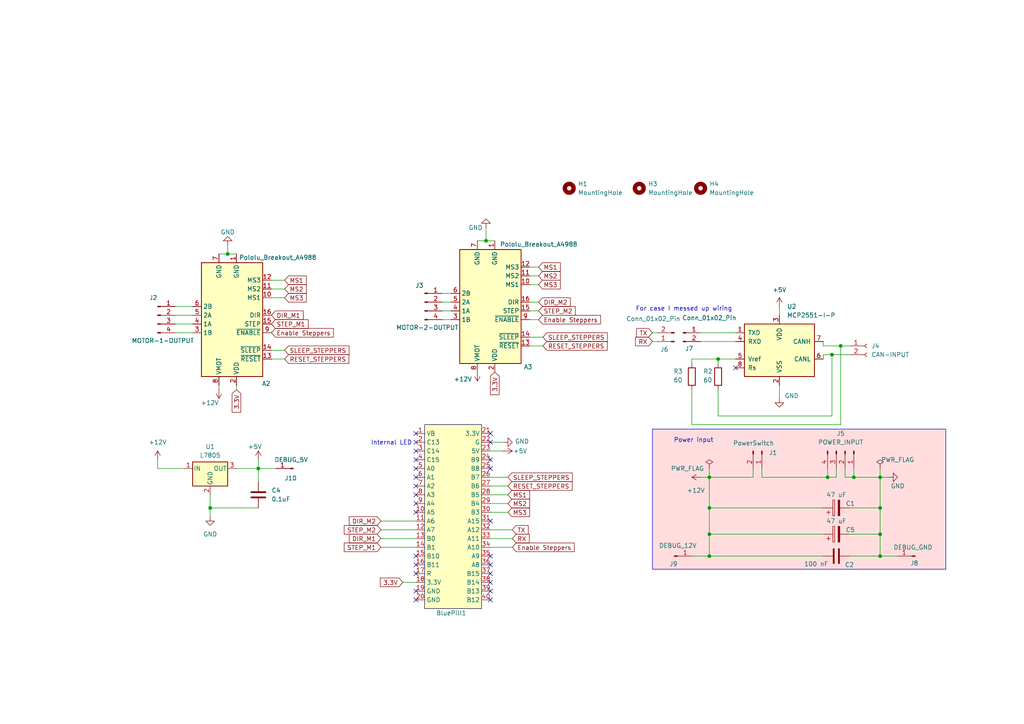
<source format=kicad_sch>
(kicad_sch (version 20231120) (generator "eeschema") (generator_version "8.0")
  (paper "A4")
  (lib_symbols
    (symbol "Connector:Conn_01x01_Pin" (pin_names (offset 1.016) hide)
      (property "Reference" "J" (at 0 2.54 0))
      (property "Value" "Conn_01x01_Pin" (at 0 -2.54 0))
      (symbol "Conn_01x01_Pin_1_1"
        (polyline (pts (xy 1.27 0) (xy 0.8636 0)) (stroke (width 0.1524)))
        (rectangle (start 0.8636 0.127) (end 0 -0.127) (stroke (width 0.1524)) (fill (type outline)))
        (pin passive line (at 5.08 0 180) (length 3.81) (name "Pin_1") (number "1"))
      )
    )
    (symbol "Connector:Conn_01x02_Pin" (pin_names (offset 1.016) hide)
      (property "Reference" "J" (at 0 2.54 0))
      (property "Value" "Conn_01x02_Pin" (at 0 -5.08 0))
      (symbol "Conn_01x02_Pin_1_1"
        (polyline (pts (xy 1.27 -2.54) (xy 0.8636 -2.54)) (stroke (width 0.1524)))
        (polyline (pts (xy 1.27 0) (xy 0.8636 0)) (stroke (width 0.1524)))
        (rectangle (start 0.8636 -2.413) (end 0 -2.667) (stroke (width 0.1524)) (fill (type outline)))
        (rectangle (start 0.8636 0.127) (end 0 -0.127) (stroke (width 0.1524)) (fill (type outline)))
        (pin passive line (at 5.08 0 180) (length 3.81) (name "Pin_1") (number "1"))
        (pin passive line (at 5.08 -2.54 180) (length 3.81) (name "Pin_2") (number "2"))
      )
    )
    (symbol "Connector:Conn_01x02_Socket" (pin_names (offset 1.016) hide)
      (property "Reference" "J" (at 0 2.54 0))
      (property "Value" "Conn_01x02_Socket" (at 0 -5.08 0))
      (symbol "Conn_01x02_Socket_1_1"
        (arc (start 0 -2.032) (mid -0.5058 -2.54) (end 0 -3.048) (stroke (width 0.1524)))
        (polyline (pts (xy -1.27 -2.54) (xy -0.508 -2.54)) (stroke (width 0.1524)))
        (polyline (pts (xy -1.27 0) (xy -0.508 0)) (stroke (width 0.1524)))
        (arc (start 0 0.508) (mid -0.5058 0) (end 0 -0.508) (stroke (width 0.1524)))
        (pin passive line (at -5.08 0 0) (length 3.81) (name "Pin_1") (number "1"))
        (pin passive line (at -5.08 -2.54 0) (length 3.81) (name "Pin_2") (number "2"))
      )
    )
    (symbol "Connector:Conn_01x04_Pin" (pin_names (offset 1.016) hide)
      (property "Reference" "J" (at 0 5.08 0))
      (property "Value" "Conn_01x04_Pin" (at 0 -7.62 0))
      (symbol "Conn_01x04_Pin_1_1"
        (polyline (pts (xy 1.27 -5.08) (xy 0.8636 -5.08)) (stroke (width 0.1524)))
        (polyline (pts (xy 1.27 -2.54) (xy 0.8636 -2.54)) (stroke (width 0.1524)))
        (polyline (pts (xy 1.27 0) (xy 0.8636 0)) (stroke (width 0.1524)))
        (polyline (pts (xy 1.27 2.54) (xy 0.8636 2.54)) (stroke (width 0.1524)))
        (rectangle (start 0.8636 -4.953) (end 0 -5.207) (stroke (width 0.1524)) (fill (type outline)))
        (rectangle (start 0.8636 -2.413) (end 0 -2.667) (stroke (width 0.1524)) (fill (type outline)))
        (rectangle (start 0.8636 0.127) (end 0 -0.127) (stroke (width 0.1524)) (fill (type outline)))
        (rectangle (start 0.8636 2.667) (end 0 2.413) (stroke (width 0.1524)) (fill (type outline)))
        (pin passive line (at 5.08 2.54 180) (length 3.81) (name "Pin_1") (number "1"))
        (pin passive line (at 5.08 0 180) (length 3.81) (name "Pin_2") (number "2"))
        (pin passive line (at 5.08 -2.54 180) (length 3.81) (name "Pin_3") (number "3"))
        (pin passive line (at 5.08 -5.08 180) (length 3.81) (name "Pin_4") (number "4"))
      )
    )
    (symbol "Device:C" (pin_numbers hide) (pin_names (offset 0.254))
      (property "Reference" "C" (at 0.635 2.54 0))
      (property "Value" "C" (at 0.635 -2.54 0))
      (symbol "C_0_1"
        (polyline (pts (xy -2.032 -0.762) (xy 2.032 -0.762)) (stroke (width 0.508)))
        (polyline (pts (xy -2.032 0.762) (xy 2.032 0.762)) (stroke (width 0.508)))
      )
      (symbol "C_1_1"
        (pin passive line (at 0 3.81 270) (length 2.794) (name "~") (number "1"))
        (pin passive line (at 0 -3.81 90) (length 2.794) (name "~") (number "2"))
      )
    )
    (symbol "Device:C_Polarized" (pin_numbers hide) (pin_names (offset 0.254))
      (property "Reference" "C" (at 0.635 2.54 0))
      (property "Value" "C_Polarized" (at 0.635 -2.54 0))
      (symbol "C_Polarized_0_1"
        (rectangle (start -2.286 0.508) (end 2.286 1.016))
        (polyline (pts (xy -1.778 2.286) (xy -0.762 2.286)))
        (polyline (pts (xy -1.27 2.794) (xy -1.27 1.778)))
        (rectangle (start 2.286 -0.508) (end -2.286 -1.016) (fill (type outline)))
      )
      (symbol "C_Polarized_1_1"
        (pin passive line (at 0 3.81 270) (length 2.794) (name "~") (number "1"))
        (pin passive line (at 0 -3.81 90) (length 2.794) (name "~") (number "2"))
      )
    )
    (symbol "Device:R" (pin_numbers hide) (pin_names (offset 0))
      (property "Reference" "R" (at 2.032 0 90))
      (property "Value" "R" (at 0 0 90))
      (symbol "R_0_1"
        (rectangle (start -1.016 -2.54) (end 1.016 2.54) (stroke (width 0.254)))
      )
      (symbol "R_1_1"
        (pin passive line (at 0 3.81 270) (length 1.27) (name "~") (number "1"))
        (pin passive line (at 0 -3.81 90) (length 1.27) (name "~") (number "2"))
      )
    )
    (symbol "Driver_Motor:Pololu_Breakout_A4988"
      (property "Reference" "A" (at -2.54 19.05 0))
      (property "Value" "Pololu_Breakout_A4988" (at -2.54 16.51 0))
      (symbol "Pololu_Breakout_A4988_0_1"
        (rectangle (start 10.16 -17.78) (end -7.62 15.24) (stroke (width 0.254)) (fill (type background)))
      )
      (symbol "Pololu_Breakout_A4988_1_1"
        (pin power_in line (at 0 -20.32 90) (length 2.54) (name "GND") (number "1"))
        (pin input line (at -10.16 -7.62 0) (length 2.54) (name "MS1") (number "10"))
        (pin input line (at -10.16 -10.16 0) (length 2.54) (name "MS2") (number "11"))
        (pin input line (at -10.16 -12.7 0) (length 2.54) (name "MS3") (number "12"))
        (pin input line (at -10.16 10.16 0) (length 2.54) (name "~{RESET}") (number "13"))
        (pin input line (at -10.16 7.62 0) (length 2.54) (name "~{SLEEP}") (number "14"))
        (pin input line (at -10.16 0 0) (length 2.54) (name "STEP") (number "15"))
        (pin input line (at -10.16 -2.54 0) (length 2.54) (name "DIR") (number "16"))
        (pin power_in line (at 0 17.78 270) (length 2.54) (name "VDD") (number "2"))
        (pin output line (at 12.7 2.54 180) (length 2.54) (name "1B") (number "3"))
        (pin output line (at 12.7 0 180) (length 2.54) (name "1A") (number "4"))
        (pin output line (at 12.7 -2.54 180) (length 2.54) (name "2A") (number "5"))
        (pin output line (at 12.7 -5.08 180) (length 2.54) (name "2B") (number "6"))
        (pin power_in line (at 5.08 -20.32 90) (length 2.54) (name "GND") (number "7"))
        (pin power_in line (at 5.08 17.78 270) (length 2.54) (name "VMOT") (number "8"))
        (pin input line (at -10.16 2.54 0) (length 2.54) (name "~{ENABLE}") (number "9"))
      )
    )
    (symbol "Interface_CAN_LIN:MCP2551-I-P" (pin_names (offset 1.016))
      (property "Reference" "U" (at -10.16 8.89 0))
      (property "Value" "MCP2551-I-P" (at 2.54 8.89 0))
      (symbol "MCP2551-I-P_0_1"
        (rectangle (start -10.16 7.62) (end 10.16 -7.62) (stroke (width 0.254)) (fill (type background)))
      )
      (symbol "MCP2551-I-P_1_1"
        (pin input line (at -12.7 5.08 0) (length 2.54) (name "TXD") (number "1"))
        (pin power_in line (at 0 -10.16 90) (length 2.54) (name "VSS") (number "2"))
        (pin power_in line (at 0 10.16 270) (length 2.54) (name "VDD") (number "3"))
        (pin output line (at -12.7 2.54 0) (length 2.54) (name "RXD") (number "4"))
        (pin power_out line (at -12.7 -2.54 0) (length 2.54) (name "Vref") (number "5"))
        (pin bidirectional line (at 12.7 -2.54 180) (length 2.54) (name "CANL") (number "6"))
        (pin bidirectional line (at 12.7 2.54 180) (length 2.54) (name "CANH") (number "7"))
        (pin input line (at -12.7 -5.08 0) (length 2.54) (name "Rs") (number "8"))
      )
    )
    (symbol "Mechanical:MountingHole" (pin_names (offset 1.016)) (exclude_from_sim yes) (in_bom no)
      (property "Reference" "H" (at 0 5.08 0))
      (property "Value" "MountingHole" (at 0 3.175 0))
      (symbol "MountingHole_0_1"
        (circle (center 0 0) (radius 1.27) (stroke (width 1.27)))
      )
    )
    (symbol "Regulator_Linear:L7805" (pin_names (offset 0.254))
      (property "Reference" "U" (at -3.81 3.175 0))
      (property "Value" "L7805" (at 0 3.175 0))
      (symbol "L7805_0_1"
        (rectangle (start -5.08 1.905) (end 5.08 -5.08) (stroke (width 0.254)) (fill (type background)))
      )
      (symbol "L7805_1_1"
        (pin power_in line (at -7.62 0 0) (length 2.54) (name "IN") (number "1"))
        (pin power_in line (at 0 -7.62 90) (length 2.54) (name "GND") (number "2"))
        (pin power_out line (at 7.62 0 180) (length 2.54) (name "OUT") (number "3"))
      )
    )
    (symbol "STM32BLUPILL:BluePIll"
      (property "Reference" "BluePill" (at 0.254 -28.448 0))
      (symbol "BluePIll_1_1"
        (rectangle (start -7.62 26.67) (end 8.89 -26.67) (stroke (width 0) (color 6 4 55 1)) (fill (type background)))
        (pin bidirectional line (at -10.16 24.13 0) (length 2.54) (name "VB") (number "1"))
        (pin bidirectional line (at -10.16 1.27 0) (length 2.54) (name "A5") (number "10"))
        (pin bidirectional line (at -10.16 -1.27 0) (length 2.54) (name "A6") (number "11"))
        (pin bidirectional line (at -10.16 -3.81 0) (length 2.54) (name "A7") (number "12"))
        (pin bidirectional line (at -10.16 -6.35 0) (length 2.54) (name "B0") (number "13"))
        (pin bidirectional line (at -10.16 -8.89 0) (length 2.54) (name "B1") (number "14"))
        (pin bidirectional line (at -10.16 -11.43 0) (length 2.54) (name "B10") (number "15"))
        (pin bidirectional line (at -10.16 -13.97 0) (length 2.54) (name "B11") (number "16"))
        (pin bidirectional line (at -10.16 -16.51 0) (length 2.54) (name "R") (number "17"))
        (pin bidirectional line (at -10.16 -19.05 0) (length 2.54) (name "3.3V") (number "18"))
        (pin bidirectional line (at -10.16 -21.59 0) (length 2.54) (name "GND") (number "19"))
        (pin bidirectional line (at -10.16 21.59 0) (length 2.54) (name "C13") (number "2"))
        (pin bidirectional line (at -10.16 -24.13 0) (length 2.54) (name "GND") (number "20"))
        (pin bidirectional line (at 11.43 24.13 180) (length 2.54) (name "3.3V") (number "21"))
        (pin bidirectional line (at 11.43 21.59 180) (length 2.54) (name "G") (number "22"))
        (pin bidirectional line (at 11.43 19.05 180) (length 2.54) (name "5V") (number "23"))
        (pin bidirectional line (at 11.43 16.51 180) (length 2.54) (name "B9") (number "24"))
        (pin bidirectional line (at 11.43 13.97 180) (length 2.54) (name "B8") (number "25"))
        (pin bidirectional line (at 11.43 11.43 180) (length 2.54) (name "B7") (number "26"))
        (pin bidirectional line (at 11.43 8.89 180) (length 2.54) (name "B6") (number "27"))
        (pin bidirectional line (at 11.43 6.35 180) (length 2.54) (name "B5") (number "28"))
        (pin bidirectional line (at 11.43 3.81 180) (length 2.54) (name "B4") (number "29"))
        (pin bidirectional line (at -10.16 19.05 0) (length 2.54) (name "C14") (number "3"))
        (pin bidirectional line (at 11.43 1.27 180) (length 2.54) (name "B3") (number "30"))
        (pin bidirectional line (at 11.43 -1.27 180) (length 2.54) (name "A15") (number "31"))
        (pin bidirectional line (at 11.43 -3.81 180) (length 2.54) (name "A12") (number "32"))
        (pin bidirectional line (at 11.43 -6.35 180) (length 2.54) (name "A11") (number "33"))
        (pin bidirectional line (at 11.43 -8.89 180) (length 2.54) (name "A10") (number "34"))
        (pin bidirectional line (at 11.43 -11.43 180) (length 2.54) (name "A9") (number "35"))
        (pin bidirectional line (at 11.43 -13.97 180) (length 2.54) (name "A8") (number "36"))
        (pin bidirectional line (at 11.43 -16.51 180) (length 2.54) (name "B15") (number "37"))
        (pin bidirectional line (at 11.43 -19.05 180) (length 2.54) (name "B14") (number "38"))
        (pin bidirectional line (at 11.43 -21.59 180) (length 2.54) (name "B13") (number "39"))
        (pin bidirectional line (at -10.16 16.51 0) (length 2.54) (name "C15") (number "4"))
        (pin bidirectional line (at 11.43 -24.13 180) (length 2.54) (name "B12") (number "40"))
        (pin bidirectional line (at -10.16 13.97 0) (length 2.54) (name "A0") (number "5"))
        (pin bidirectional line (at -10.16 11.43 0) (length 2.54) (name "A1") (number "6"))
        (pin bidirectional line (at -10.16 8.89 0) (length 2.54) (name "A2") (number "7"))
        (pin bidirectional line (at -10.16 6.35 0) (length 2.54) (name "A3") (number "8"))
        (pin bidirectional line (at -10.16 3.81 0) (length 2.54) (name "A4") (number "9"))
      )
    )
    (symbol "power:+12V" (power) (pin_numbers hide) (pin_names (offset 0) hide)
      (property "Value" "+12V" (at 0 3.556 0))
      (symbol "+12V_0_1"
        (polyline (pts (xy -0.762 1.27) (xy 0 2.54)))
        (polyline (pts (xy 0 0) (xy 0 2.54)))
        (polyline (pts (xy 0 2.54) (xy 0.762 1.27)))
      )
      (symbol "+12V_1_1"
        (pin power_in line (at 0 0 90) (length 0) (name "~") (number "1"))
      )
    )
    (symbol "power:+5V" (power) (pin_numbers hide) (pin_names (offset 0) hide)
      (property "Value" "+5V" (at 0 3.556 0))
      (symbol "+5V_0_1"
        (polyline (pts (xy -0.762 1.27) (xy 0 2.54)))
        (polyline (pts (xy 0 0) (xy 0 2.54)))
        (polyline (pts (xy 0 2.54) (xy 0.762 1.27)))
      )
      (symbol "+5V_1_1"
        (pin power_in line (at 0 0 90) (length 0) (name "~") (number "1"))
      )
    )
    (symbol "power:GND" (power) (pin_numbers hide) (pin_names (offset 0) hide)
      (property "Value" "GND" (at 0 -3.81 0))
      (symbol "GND_0_1"
        (polyline (pts (xy 0 0) (xy 0 -1.27) (xy 1.27 -1.27) (xy 0 -2.54) (xy -1.27 -1.27) (xy 0 -1.27)))
      )
      (symbol "GND_1_1"
        (pin power_in line (at 0 0 270) (length 0) (name "~") (number "1"))
      )
    )
    (symbol "power:PWR_FLAG" (power) (pin_numbers hide) (pin_names (offset 0) hide)
      (property "Value" "PWR_FLAG" (at 0 3.81 0))
      (symbol "PWR_FLAG_0_0"
        (pin power_out line (at 0 0 90) (length 0) (name "~") (number "1"))
      )
      (symbol "PWR_FLAG_0_1"
        (polyline (pts (xy 0 0) (xy 0 1.27) (xy -1.016 1.905) (xy 0 2.54) (xy 1.016 1.905) (xy 0 1.27)))
      )
    )
  )
  (junction (at 208.28 104.14))
  (junction (at 205.74 154.94))
  (junction (at 255.27 138.43))
  (junction (at 74.93 135.89))
  (junction (at 241.3 102.87))
  (junction (at 255.27 147.32))
  (junction (at 247.65 138.43))
  (junction (at 255.27 161.29))
  (junction (at 66.04 73.66))
  (junction (at 243.84 100.33))
  (junction (at 60.96 147.32))
  (junction (at 205.74 138.43))
  (junction (at 205.74 147.32))
  (junction (at 140.97 69.85))
  (junction (at 240.03 138.43))
  (junction (at 205.74 161.29))
  (junction (at 255.27 154.94))
  (no_connect (at 142.24 151.13))
  (no_connect (at 120.65 128.27))
  (no_connect (at 142.24 173.99))
  (no_connect (at 213.36 106.68))
  (no_connect (at 142.24 128.27))
  (no_connect (at 120.65 130.81))
  (no_connect (at 142.24 133.35))
  (no_connect (at 120.65 166.37))
  (no_connect (at 120.65 133.35))
  (no_connect (at 120.65 135.89))
  (no_connect (at 120.65 138.43))
  (no_connect (at 120.65 140.97))
  (no_connect (at 120.65 125.73))
  (no_connect (at 120.65 173.99))
  (no_connect (at 142.24 166.37))
  (no_connect (at 142.24 168.91))
  (no_connect (at 120.65 161.29))
  (no_connect (at 120.65 171.45))
  (no_connect (at 120.65 148.59))
  (no_connect (at 142.24 171.45))
  (no_connect (at 120.65 163.83))
  (no_connect (at 120.65 143.51))
  (no_connect (at 142.24 161.29))
  (no_connect (at 142.24 135.89))
  (no_connect (at 142.24 163.83))
  (no_connect (at 120.65 146.05))
  (no_connect (at 142.24 125.73))
  (wire (pts (xy 208.28 120.65) (xy 241.3 120.65)))
  (wire (pts (xy 245.11 135.89) (xy 245.11 138.43)))
  (wire (pts (xy 238.76 161.29) (xy 205.74 161.29)))
  (wire (pts (xy 74.93 139.7) (xy 74.93 135.89)))
  (wire (pts (xy 78.74 101.6) (xy 82.55 101.6)))
  (wire (pts (xy 257.81 138.43) (xy 255.27 138.43)))
  (wire (pts (xy 205.74 147.32) (xy 238.76 147.32)))
  (wire (pts (xy 78.74 104.14) (xy 82.55 104.14)))
  (wire (pts (xy 189.23 96.52) (xy 190.5 96.52)))
  (wire (pts (xy 241.3 102.87) (xy 238.76 102.87)))
  (wire (pts (xy 116.84 168.91) (xy 120.65 168.91)))
  (wire (pts (xy 153.67 87.63) (xy 156.21 87.63)))
  (wire (pts (xy 74.93 135.89) (xy 68.58 135.89)))
  (wire (pts (xy 208.28 104.14) (xy 213.36 104.14)))
  (wire (pts (xy 110.49 151.13) (xy 120.65 151.13)))
  (wire (pts (xy 140.97 69.85) (xy 140.97 66.04)))
  (wire (pts (xy 45.72 135.89) (xy 53.34 135.89)))
  (wire (pts (xy 50.8 91.44) (xy 55.88 91.44)))
  (wire (pts (xy 60.96 147.32) (xy 74.93 147.32)))
  (wire (pts (xy 142.24 138.43) (xy 147.32 138.43)))
  (wire (pts (xy 220.98 135.89) (xy 220.98 138.43)))
  (wire (pts (xy 205.74 138.43) (xy 205.74 147.32)))
  (wire (pts (xy 153.67 77.47) (xy 156.21 77.47)))
  (wire (pts (xy 238.76 100.33) (xy 238.76 99.06)))
  (wire (pts (xy 128.27 90.17) (xy 130.81 90.17)))
  (wire (pts (xy 50.8 93.98) (xy 55.88 93.98)))
  (wire (pts (xy 142.24 156.21) (xy 148.59 156.21)))
  (wire (pts (xy 246.38 154.94) (xy 255.27 154.94)))
  (wire (pts (xy 218.44 135.89) (xy 218.44 138.43)))
  (wire (pts (xy 68.58 111.76) (xy 68.58 113.03)))
  (wire (pts (xy 63.5 73.66) (xy 66.04 73.66)))
  (wire (pts (xy 153.67 82.55) (xy 156.21 82.55)))
  (wire (pts (xy 45.72 133.35) (xy 45.72 135.89)))
  (wire (pts (xy 153.67 100.33) (xy 157.48 100.33)))
  (wire (pts (xy 60.96 143.51) (xy 60.96 147.32)))
  (wire (pts (xy 200.66 113.03) (xy 200.66 123.19)))
  (wire (pts (xy 146.05 128.27) (xy 142.24 128.27)))
  (wire (pts (xy 78.74 81.28) (xy 82.55 81.28)))
  (wire (pts (xy 255.27 147.32) (xy 255.27 154.94)))
  (wire (pts (xy 255.27 161.29) (xy 260.35 161.29)))
  (wire (pts (xy 66.04 73.66) (xy 68.58 73.66)))
  (wire (pts (xy 243.84 100.33) (xy 243.84 123.19)))
  (wire (pts (xy 203.2 138.43) (xy 205.74 138.43)))
  (wire (pts (xy 255.27 138.43) (xy 255.27 147.32)))
  (wire (pts (xy 128.27 92.71) (xy 130.81 92.71)))
  (wire (pts (xy 50.8 88.9) (xy 55.88 88.9)))
  (wire (pts (xy 110.49 158.75) (xy 120.65 158.75)))
  (wire (pts (xy 74.93 135.89) (xy 80.01 135.89)))
  (wire (pts (xy 74.93 133.35) (xy 74.93 135.89)))
  (wire (pts (xy 153.67 97.79) (xy 157.48 97.79)))
  (wire (pts (xy 138.43 69.85) (xy 140.97 69.85)))
  (wire (pts (xy 240.03 135.89) (xy 240.03 138.43)))
  (wire (pts (xy 205.74 135.89) (xy 205.74 138.43)))
  (wire (pts (xy 238.76 102.87) (xy 238.76 104.14)))
  (wire (pts (xy 156.21 90.17) (xy 153.67 90.17)))
  (wire (pts (xy 205.74 147.32) (xy 205.74 154.94)))
  (wire (pts (xy 78.74 83.82) (xy 82.55 83.82)))
  (wire (pts (xy 246.38 161.29) (xy 255.27 161.29)))
  (wire (pts (xy 205.74 138.43) (xy 218.44 138.43)))
  (wire (pts (xy 208.28 105.41) (xy 208.28 104.14)))
  (wire (pts (xy 255.27 147.32) (xy 246.38 147.32)))
  (wire (pts (xy 110.49 156.21) (xy 120.65 156.21)))
  (wire (pts (xy 60.96 147.32) (xy 60.96 149.86)))
  (wire (pts (xy 205.74 154.94) (xy 238.76 154.94)))
  (wire (pts (xy 153.67 80.01) (xy 156.21 80.01)))
  (wire (pts (xy 255.27 135.89) (xy 255.27 138.43)))
  (wire (pts (xy 140.97 69.85) (xy 143.51 69.85)))
  (wire (pts (xy 243.84 100.33) (xy 238.76 100.33)))
  (wire (pts (xy 142.24 146.05) (xy 147.32 146.05)))
  (wire (pts (xy 142.24 158.75) (xy 148.59 158.75)))
  (wire (pts (xy 208.28 113.03) (xy 208.28 120.65)))
  (wire (pts (xy 200.66 161.29) (xy 205.74 161.29)))
  (wire (pts (xy 110.49 153.67) (xy 120.65 153.67)))
  (wire (pts (xy 241.3 102.87) (xy 241.3 120.65)))
  (wire (pts (xy 156.21 92.71) (xy 153.67 92.71)))
  (wire (pts (xy 242.57 135.89) (xy 242.57 138.43)))
  (wire (pts (xy 128.27 85.09) (xy 130.81 85.09)))
  (wire (pts (xy 66.04 71.12) (xy 66.04 73.66)))
  (wire (pts (xy 226.06 115.57) (xy 226.06 111.76)))
  (wire (pts (xy 200.66 123.19) (xy 243.84 123.19)))
  (wire (pts (xy 189.23 99.06) (xy 190.5 99.06)))
  (wire (pts (xy 247.65 138.43) (xy 255.27 138.43)))
  (wire (pts (xy 203.2 96.52) (xy 213.36 96.52)))
  (wire (pts (xy 142.24 140.97) (xy 147.32 140.97)))
  (wire (pts (xy 247.65 135.89) (xy 247.65 138.43)))
  (wire (pts (xy 50.8 96.52) (xy 55.88 96.52)))
  (wire (pts (xy 245.11 138.43) (xy 247.65 138.43)))
  (wire (pts (xy 205.74 154.94) (xy 205.74 161.29)))
  (wire (pts (xy 226.06 88.9) (xy 226.06 91.44)))
  (wire (pts (xy 255.27 154.94) (xy 255.27 161.29)))
  (wire (pts (xy 63.5 111.76) (xy 63.5 113.03)))
  (wire (pts (xy 200.66 104.14) (xy 200.66 105.41)))
  (wire (pts (xy 200.66 104.14) (xy 208.28 104.14)))
  (wire (pts (xy 246.38 100.33) (xy 243.84 100.33)))
  (wire (pts (xy 220.98 138.43) (xy 240.03 138.43)))
  (wire (pts (xy 203.2 99.06) (xy 213.36 99.06)))
  (wire (pts (xy 128.27 87.63) (xy 130.81 87.63)))
  (wire (pts (xy 142.24 153.67) (xy 148.59 153.67)))
  (wire (pts (xy 146.05 130.81) (xy 142.24 130.81)))
  (wire (pts (xy 240.03 138.43) (xy 242.57 138.43)))
  (wire (pts (xy 142.24 148.59) (xy 147.32 148.59)))
  (wire (pts (xy 78.74 86.36) (xy 82.55 86.36)))
  (wire (pts (xy 246.38 102.87) (xy 241.3 102.87)))
  (wire (pts (xy 142.24 143.51) (xy 147.32 143.51)))
  (rectangle (start 189.23 124.46) (end 274.32 165.1) (fill (type color) (color 255 10 17 0.14)))
  (text "Internal LED" (at 113.538 128.524 0) (effects (font (size 1.27 1.27))))
  (text "Power input" (at 201.168 127.762 0) (effects (font (size 1.27 1.27))))
  (text "For case I messed up wiring" (at 198.374 89.662 0) (effects (font (size 1.27 1.27))))
  (global_label "MS2" (shape input) (at 82.55 83.82 0) (property "Intersheetrefs" "${INTERSHEET_REFS}" (effects (hide yes))))
  (global_label "3.3V" (shape input) (at 143.51 107.95 270) (property "Intersheetrefs" "${INTERSHEET_REFS}" (effects (hide yes))))
  (global_label "DIR_M2" (shape input) (at 110.49 151.13 180) (property "Intersheetrefs" "DIR_M2" (effects (hide yes))))
  (global_label "RESET_STEPPERS" (shape input) (at 147.32 140.97 0) (property "Intersheetrefs" "${INTERSHEET_REFS}" (effects (hide yes))))
  (global_label "TX" (shape input) (at 148.59 153.67 0) (property "Intersheetrefs" "${INTERSHEET_REFS}" (effects (hide yes))))
  (global_label "RESET_STEPPERS" (shape input) (at 157.48 100.33 0) (property "Intersheetrefs" "${INTERSHEET_REFS}" (effects (hide yes))))
  (global_label "RX" (shape input) (at 189.23 99.06 180) (property "Intersheetrefs" "${INTERSHEET_REFS}" (effects (hide yes))))
  (global_label "SLEEP_STEPPERS" (shape input) (at 147.32 138.43 0) (property "Intersheetrefs" "${INTERSHEET_REFS}" (effects (hide yes))))
  (global_label "Enable Steppers" (shape input) (at 156.21 92.71 0) (property "Intersheetrefs" "${INTERSHEET_REFS}" (effects (hide yes))))
  (global_label "DIR_M2" (shape input) (at 156.21 87.63 0) (property "Intersheetrefs" "DIR_M2" (effects (hide yes))))
  (global_label "3.3V" (shape input) (at 68.58 113.03 270) (property "Intersheetrefs" "${INTERSHEET_REFS}" (effects (hide yes))))
  (global_label "MS1" (shape input) (at 156.21 77.47 0) (property "Intersheetrefs" "${INTERSHEET_REFS}" (effects (hide yes))))
  (global_label "MS3" (shape input) (at 82.55 86.36 0) (property "Intersheetrefs" "${INTERSHEET_REFS}" (effects (hide yes))))
  (global_label "Enable Steppers" (shape input) (at 78.74 96.52 0) (property "Intersheetrefs" "${INTERSHEET_REFS}" (effects (hide yes))))
  (global_label "MS1" (shape input) (at 147.32 143.51 0) (property "Intersheetrefs" "${INTERSHEET_REFS}" (effects (hide yes))))
  (global_label "MS2" (shape input) (at 147.32 146.05 0) (property "Intersheetrefs" "${INTERSHEET_REFS}" (effects (hide yes))))
  (global_label "DIR_M1" (shape input) (at 78.74 91.44 0) (property "Intersheetrefs" "DIR_M1" (effects (hide yes))))
  (global_label "SLEEP_STEPPERS" (shape input) (at 82.55 101.6 0) (property "Intersheetrefs" "${INTERSHEET_REFS}" (effects (hide yes))))
  (global_label "STEP_M2" (shape input) (at 110.49 153.67 180) (property "Intersheetrefs" "${INTERSHEET_REFS}" (effects (hide yes))))
  (global_label "Enable Steppers" (shape input) (at 148.59 158.75 0) (property "Intersheetrefs" "${INTERSHEET_REFS}" (effects (hide yes))))
  (global_label "TX" (shape input) (at 189.23 96.52 180) (property "Intersheetrefs" "${INTERSHEET_REFS}" (effects (hide yes))))
  (global_label "RX" (shape input) (at 148.59 156.21 0) (property "Intersheetrefs" "${INTERSHEET_REFS}" (effects (hide yes))))
  (global_label "RESET_STEPPERS" (shape input) (at 82.55 104.14 0) (property "Intersheetrefs" "${INTERSHEET_REFS}" (effects (hide yes))))
  (global_label "MS3" (shape input) (at 156.21 82.55 0) (property "Intersheetrefs" "${INTERSHEET_REFS}" (effects (hide yes))))
  (global_label "STEP_M1" (shape input) (at 110.49 158.75 180) (property "Intersheetrefs" "STEP_M1" (effects (hide yes))))
  (global_label "3.3V" (shape input) (at 116.84 168.91 180) (property "Intersheetrefs" "${INTERSHEET_REFS}" (effects (hide yes))))
  (global_label "MS3" (shape input) (at 147.32 148.59 0) (property "Intersheetrefs" "${INTERSHEET_REFS}" (effects (hide yes))))
  (global_label "STEP_M2" (shape input) (at 156.21 90.17 0) (property "Intersheetrefs" "${INTERSHEET_REFS}" (effects (hide yes))))
  (global_label "SLEEP_STEPPERS" (shape input) (at 157.48 97.79 0) (property "Intersheetrefs" "${INTERSHEET_REFS}" (effects (hide yes))))
  (global_label "DIR_M1" (shape input) (at 110.49 156.21 180) (property "Intersheetrefs" "DIR_M1" (effects (hide yes))))
  (global_label "MS1" (shape input) (at 82.55 81.28 0) (property "Intersheetrefs" "${INTERSHEET_REFS}" (effects (hide yes))))
  (global_label "MS2" (shape input) (at 156.21 80.01 0) (property "Intersheetrefs" "${INTERSHEET_REFS}" (effects (hide yes))))
  (global_label "STEP_M1" (shape input) (at 78.74 93.98 0) (property "Intersheetrefs" "STEP_M1" (effects (hide yes))))
  (symbol (lib_id "Device:C") (at 242.57 161.29 90) (unit 1)
    (property "Reference" "C2" (at 246.38 163.83 90))
    (property "Value" "100 nF" (at 236.728 163.576 90))
    (property "Footprint" "Capacitor_THT:C_Disc_D3.0mm_W2.0mm_P2.50mm" (effects (hide yes)))
    (property "Description" "Unpolarized capacitor" (effects (hide yes)))
  )
  (symbol (lib_id "power:+5V") (at 146.05 130.81 270) (unit 1)
    (property "Reference" "#PWR07" (effects (hide yes)))
    (property "Value" "+5V" (at 150.876 130.81 90))
    (property "Description" "Power symbol creates a global label with name \"+5V\"" (effects (hide yes)))
  )
  (symbol (lib_id "Driver_Motor:Pololu_Breakout_A4988") (at 143.51 90.17 180) (unit 1)
    (property "Reference" "A3" (at 151.892 106.426 0) (effects (justify right)))
    (property "Value" "Pololu_Breakout_A4988" (at 145.034 70.866 0) (effects (justify right)))
    (property "Footprint" "Module:Pololu_Breakout-16_15.2x20.3mm" (effects (hide yes)))
    (property "Datasheet" "https://www.pololu.com/product/2980/pictures" (effects (hide yes)))
    (property "Description" "Pololu Breakout Board, Stepper Driver A4988" (effects (hide yes)))
  )
  (symbol (lib_id "Regulator_Linear:L7805") (at 60.96 135.89 0) (unit 1)
    (property "Reference" "U1" (at 60.96 129.54 0))
    (property "Value" "L7805" (at 60.96 132.08 0))
    (property "Footprint" "Package_TO_SOT_THT:TO-220-3_Vertical" (effects (hide yes)))
    (property "Datasheet" "http://www.st.com/content/ccc/resource/technical/document/datasheet/41/4f/b3/b0/12/d4/47/88/CD00000444.pdf/files/CD00000444.pdf/jcr:content/translations/en.CD00000444.pdf" (effects (hide yes)))
    (property "Description" "Positive 1.5A 35V Linear Regulator, Fixed Output 5V, TO-220/TO-263/TO-252" (effects (hide yes)))
  )
  (symbol (lib_id "STM32BLUPILL:BluePIll") (at 130.81 149.86 0) (unit 1)
    (property "Reference" "BluePill1" (at 126.492 177.8 0) (effects (justify left)))
    (property "Value" "~" (at 140.97 153.035 0) (effects (justify left)))
    (property "Footprint" "STM32_Bluepill:BluePill" (effects (hide yes)))
  )
  (symbol (lib_id "Connector:Conn_01x02_Socket") (at 251.46 100.33 0) (unit 1)
    (property "Reference" "J4" (at 252.73 100.3299 0) (effects (justify left)))
    (property "Value" "CAN-INPUT" (at 252.73 102.8699 0) (effects (justify left)))
    (property "Footprint" "Connector_PinSocket_2.54mm:PinSocket_1x02_P2.54mm_Vertical" (effects (hide yes)))
    (property "Description" "Generic connector, single row, 01x02, script generated" (effects (hide yes)))
  )
  (symbol (lib_id "Mechanical:MountingHole") (at 203.2 54.61 0) (unit 1) (exclude_from_sim yes) (in_bom no)
    (property "Reference" "H4" (at 205.74 53.3399 0) (effects (justify left)))
    (property "Value" "MountingHole" (at 205.74 55.8799 0) (effects (justify left)))
    (property "Footprint" "MountingHole:MountingHole_4.3mm_M4" (effects (hide yes)))
    (property "Description" "Mounting Hole without connection" (effects (hide yes)))
  )
  (symbol (lib_id "Mechanical:MountingHole") (at 185.42 54.61 0) (unit 1) (exclude_from_sim yes) (in_bom no)
    (property "Reference" "H3" (at 187.96 53.3399 0) (effects (justify left)))
    (property "Value" "MountingHole" (at 187.96 55.8799 0) (effects (justify left)))
    (property "Footprint" "MountingHole:MountingHole_4.3mm_M4" (effects (hide yes)))
    (property "Description" "Mounting Hole without connection" (effects (hide yes)))
  )
  (symbol (lib_id "Device:C_Polarized") (at 242.57 154.94 90) (unit 1)
    (property "Reference" "C5" (at 246.634 153.67 90))
    (property "Value" "47 uF" (at 242.57 151.13 90))
    (property "Footprint" "Capacitor_THT:C_Radial_D8.0mm_H11.5mm_P3.50mm" (effects (hide yes)))
    (property "Description" "Polarized capacitor" (effects (hide yes)))
  )
  (symbol (lib_id "Connector:Conn_01x04_Pin") (at 123.19 87.63 0) (unit 1)
    (property "Reference" "J3" (at 121.666 82.804 0))
    (property "Value" "MOTOR-2-OUTPUT" (at 123.952 94.996 0))
    (property "Footprint" "Connector_PinHeader_2.54mm:PinHeader_1x04_P2.54mm_Vertical" (effects (hide yes)))
    (property "Description" "Generic connector, single row, 01x04, script generated" (effects (hide yes)))
  )
  (symbol (lib_id "Driver_Motor:Pololu_Breakout_A4988") (at 68.58 93.98 180) (unit 1)
    (property "Reference" "A2" (at 75.946 111.252 0) (effects (justify right)))
    (property "Value" "Pololu_Breakout_A4988" (at 69.342 74.676 0) (effects (justify right)))
    (property "Footprint" "Module:Pololu_Breakout-16_15.2x20.3mm" (effects (hide yes)))
    (property "Datasheet" "https://www.pololu.com/product/2980/pictures" (effects (hide yes)))
    (property "Description" "Pololu Breakout Board, Stepper Driver A4988" (effects (hide yes)))
  )
  (symbol (lib_id "Connector:Conn_01x02_Pin") (at 220.98 130.81 270) (unit 1)
    (property "Reference" "J1" (at 223.012 131.318 90) (effects (justify left)))
    (property "Value" "PowerSwitch" (at 212.598 128.524 90) (effects (justify left)))
    (property "Footprint" "Connector_PinHeader_2.54mm:PinHeader_1x02_P2.54mm_Vertical" (effects (hide yes)))
    (property "Description" "Generic connector, single row, 01x02, script generated" (effects (hide yes)))
  )
  (symbol (lib_id "power:GND") (at 140.97 66.04 180) (unit 1)
    (property "Reference" "#PWR011" (effects (hide yes)))
    (property "Value" "GND" (at 137.922 66.04 0))
    (property "Description" "Power symbol creates a global label with name \"GND\" , ground" (effects (hide yes)))
  )
  (symbol (lib_id "Connector:Conn_01x04_Pin") (at 245.11 130.81 270) (unit 1)
    (property "Reference" "J5" (at 243.84 125.73 90))
    (property "Value" "POWER_INPUT" (at 243.84 128.27 90))
    (property "Footprint" "Connector_PinHeader_2.54mm:PinHeader_1x04_P2.54mm_Vertical" (effects (hide yes)))
    (property "Description" "Generic connector, single row, 01x04, script generated" (effects (hide yes)))
  )
  (symbol (lib_id "power:+12V") (at 203.2 138.43 90) (unit 1)
    (property "Reference" "#PWR01" (effects (hide yes)))
    (property "Value" "+12V" (at 204.47 142.24 90) (effects (justify left)))
    (property "Description" "Power symbol creates a global label with name \"+12V\"" (effects (hide yes)))
  )
  (symbol (lib_id "Connector:Conn_01x04_Pin") (at 45.72 91.44 0) (unit 1)
    (property "Reference" "J2" (at 44.45 86.36 0))
    (property "Value" "MOTOR-1-OUTPUT" (at 47.244 98.806 0))
    (property "Footprint" "Connector_PinHeader_2.54mm:PinHeader_1x04_P2.54mm_Vertical" (effects (hide yes)))
    (property "Description" "Generic connector, single row, 01x04, script generated" (effects (hide yes)))
  )
  (symbol (lib_id "Device:C_Polarized") (at 242.57 147.32 90) (unit 1)
    (property "Reference" "C1" (at 246.634 146.05 90))
    (property "Value" "47 uF" (at 242.57 143.51 90))
    (property "Footprint" "Capacitor_THT:C_Radial_D8.0mm_H11.5mm_P3.50mm" (effects (hide yes)))
    (property "Description" "Polarized capacitor" (effects (hide yes)))
  )
  (symbol (lib_id "Device:R") (at 200.66 109.22 0) (unit 1)
    (property "Reference" "R3" (at 195.326 107.696 0) (effects (justify left)))
    (property "Value" "60" (at 195.326 110.236 0) (effects (justify left)))
    (property "Footprint" "Resistor_THT:R_Axial_DIN0204_L3.6mm_D1.6mm_P7.62mm_Horizontal" (effects (hide yes)))
    (property "Description" "Resistor" (effects (hide yes)))
  )
  (symbol (lib_id "Connector:Conn_01x01_Pin") (at 85.09 135.89 180) (unit 1)
    (property "Reference" "J10" (at 84.328 138.684 0))
    (property "Value" "DEBUG_5V" (at 84.455 133.35 0))
    (property "Footprint" "Connector_PinHeader_2.54mm:PinHeader_1x01_P2.54mm_Vertical" (effects (hide yes)))
    (property "Description" "Generic connector, single row, 01x01, script generated" (effects (hide yes)))
  )
  (symbol (lib_id "power:+12V") (at 138.43 107.95 180) (unit 1)
    (property "Reference" "#PWR09" (effects (hide yes)))
    (property "Value" "+12V" (at 136.906 109.982 0) (effects (justify left)))
    (property "Description" "Power symbol creates a global label with name \"+12V\"" (effects (hide yes)))
  )
  (symbol (lib_id "Connector:Conn_01x02_Pin") (at 198.12 96.52 0) (unit 1)
    (property "Reference" "J7" (at 199.898 101.092 0))
    (property "Value" "Conn_01x02_Pin" (at 205.74 92.202 0))
    (property "Footprint" "Connector_PinHeader_2.54mm:PinHeader_1x02_P2.54mm_Vertical" (effects (hide yes)))
    (property "Description" "Generic connector, single row, 01x02, script generated" (effects (hide yes)))
  )
  (symbol (lib_id "power:+12V") (at 63.5 113.03 180) (unit 1)
    (property "Reference" "#PWR06" (effects (hide yes)))
    (property "Value" "+12V" (at 63.4999 116.84 0) (effects (justify left)))
    (property "Description" "Power symbol creates a global label with name \"+12V\"" (effects (hide yes)))
  )
  (symbol (lib_id "Device:C") (at 74.93 143.51 0) (unit 1)
    (property "Reference" "C4" (at 78.74 142.2399 0) (effects (justify left)))
    (property "Value" "0.1uF" (at 78.74 144.7799 0) (effects (justify left)))
    (property "Footprint" "Capacitor_THT:C_Disc_D3.8mm_W2.6mm_P2.50mm" (effects (hide yes)))
    (property "Description" "Unpolarized capacitor" (effects (hide yes)))
  )
  (symbol (lib_id "Connector:Conn_01x01_Pin") (at 265.43 161.29 180) (unit 1)
    (property "Reference" "J8" (at 265.176 163.322 0))
    (property "Value" "DEBUG_GND" (at 264.795 158.75 0))
    (property "Footprint" "Connector_PinHeader_2.54mm:PinHeader_1x01_P2.54mm_Vertical" (effects (hide yes)))
    (property "Description" "Generic connector, single row, 01x01, script generated" (effects (hide yes)))
  )
  (symbol (lib_id "power:GND") (at 226.06 115.57 0) (unit 1)
    (property "Reference" "#PWR016" (effects (hide yes)))
    (property "Value" "GND" (at 231.648 114.808 0) (effects (justify right)))
    (property "Description" "Power symbol creates a global label with name \"GND\" , ground" (effects (hide yes)))
  )
  (symbol (lib_id "power:GND") (at 257.81 138.43 90) (unit 1)
    (property "Reference" "#PWR02" (effects (hide yes)))
    (property "Value" "GND" (at 260.35 140.97 90))
    (property "Description" "Power symbol creates a global label with name \"GND\" , ground" (effects (hide yes)))
  )
  (symbol (lib_id "power:GND") (at 60.96 149.86 0) (unit 1)
    (property "Reference" "#PWR012" (effects (hide yes)))
    (property "Value" "GND" (at 60.96 154.94 0))
    (property "Description" "Power symbol creates a global label with name \"GND\" , ground" (effects (hide yes)))
  )
  (symbol (lib_id "Connector:Conn_01x01_Pin") (at 195.58 161.29 0) (unit 1)
    (property "Reference" "J9" (at 195.326 163.576 0))
    (property "Value" "DEBUG_12V" (at 196.596 158.242 0))
    (property "Footprint" "Connector_PinHeader_2.54mm:PinHeader_1x01_P2.54mm_Vertical" (effects (hide yes)))
    (property "Description" "Generic connector, single row, 01x01, script generated" (effects (hide yes)))
  )
  (symbol (lib_id "power:PWR_FLAG") (at 255.27 135.89 0) (unit 1)
    (property "Reference" "#FLG02" (effects (hide yes)))
    (property "Value" "PWR_FLAG" (at 260.35 133.35 0))
    (property "Description" "Special symbol for telling ERC where power comes from" (effects (hide yes)))
  )
  (symbol (lib_id "Device:R") (at 208.28 109.22 0) (unit 1)
    (property "Reference" "R2" (at 203.962 107.696 0) (effects (justify left)))
    (property "Value" "60" (at 203.962 110.236 0) (effects (justify left)))
    (property "Footprint" "Resistor_THT:R_Axial_DIN0204_L3.6mm_D1.6mm_P7.62mm_Horizontal" (effects (hide yes)))
    (property "Description" "Resistor" (effects (hide yes)))
  )
  (symbol (lib_id "power:+5V") (at 226.06 88.9 0) (unit 1)
    (property "Reference" "#PWR017" (effects (hide yes)))
    (property "Value" "+5V" (at 226.06 84.074 0))
    (property "Description" "Power symbol creates a global label with name \"+5V\"" (effects (hide yes)))
  )
  (symbol (lib_id "power:+5V") (at 74.93 133.35 0) (unit 1)
    (property "Reference" "#PWR013" (effects (hide yes)))
    (property "Value" "+5V" (at 73.914 129.54 0))
    (property "Description" "Power symbol creates a global label with name \"+5V\"" (effects (hide yes)))
  )
  (symbol (lib_id "Interface_CAN_LIN:MCP2551-I-P") (at 226.06 101.6 0) (unit 1)
    (property "Reference" "U2" (at 228.2541 88.9 0) (effects (justify left)))
    (property "Value" "MCP2551-I-P" (at 228.2541 91.44 0) (effects (justify left)))
    (property "Footprint" "Package_DIP:DIP-8_W7.62mm" (effects (hide yes)))
    (property "Datasheet" "http://ww1.microchip.com/downloads/en/devicedoc/21667d.pdf" (effects (hide yes)))
    (property "Description" "High-Speed CAN Transceiver, 1Mbps, 5V supply, DIP-8" (effects (hide yes)))
  )
  (symbol (lib_id "Connector:Conn_01x02_Pin") (at 195.58 99.06 180) (unit 1)
    (property "Reference" "J6" (at 191.516 101.346 0) (effects (justify right)))
    (property "Value" "Conn_01x02_Pin" (at 181.61 92.456 0) (effects (justify right)))
    (property "Footprint" "Connector_PinHeader_2.54mm:PinHeader_1x02_P2.54mm_Vertical" (effects (hide yes)))
    (property "Description" "Generic connector, single row, 01x02, script generated" (effects (hide yes)))
  )
  (symbol (lib_id "power:PWR_FLAG") (at 205.74 135.89 0) (unit 1)
    (property "Reference" "#FLG01" (effects (hide yes)))
    (property "Value" "PWR_FLAG" (at 199.39 135.89 0))
    (property "Description" "Special symbol for telling ERC where power comes from" (effects (hide yes)))
  )
  (symbol (lib_id "power:GND") (at 66.04 71.12 180) (unit 1)
    (property "Reference" "#PWR05" (effects (hide yes)))
    (property "Value" "GND" (at 66.04 67.31 0))
    (property "Description" "Power symbol creates a global label with name \"GND\" , ground" (effects (hide yes)))
  )
  (symbol (lib_id "power:GND") (at 146.05 128.27 90) (unit 1)
    (property "Reference" "#PWR04" (effects (hide yes)))
    (property "Value" "GND" (at 149.352 128.016 90) (effects (justify right)))
    (property "Description" "Power symbol creates a global label with name \"GND\" , ground" (effects (hide yes)))
  )
  (symbol (lib_id "power:+12V") (at 45.72 133.35 0) (unit 1)
    (property "Reference" "#PWR03" (effects (hide yes)))
    (property "Value" "+12V" (at 45.72 128.27 0))
    (property "Description" "Power symbol creates a global label with name \"+12V\"" (effects (hide yes)))
  )
  (symbol (lib_id "Mechanical:MountingHole") (at 165.1 54.61 0) (unit 1) (exclude_from_sim yes) (in_bom no)
    (property "Reference" "H1" (at 167.64 53.3399 0) (effects (justify left)))
    (property "Value" "MountingHole" (at 167.64 55.8799 0) (effects (justify left)))
    (property "Footprint" "MountingHole:MountingHole_4.3mm_M4" (effects (hide yes)))
    (property "Description" "Mounting Hole without connection" (effects (hide yes)))
  )
)
</source>
